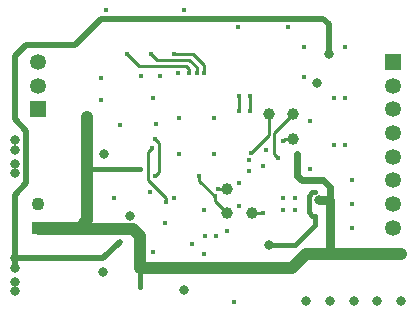
<source format=gbr>
%TF.GenerationSoftware,KiCad,Pcbnew,(6.0.10)*%
%TF.CreationDate,2024-02-10T14:34:54+01:00*%
%TF.ProjectId,TMC6300_HAL,544d4336-3330-4305-9f48-414c2e6b6963,rev?*%
%TF.SameCoordinates,Original*%
%TF.FileFunction,Copper,L4,Bot*%
%TF.FilePolarity,Positive*%
%FSLAX46Y46*%
G04 Gerber Fmt 4.6, Leading zero omitted, Abs format (unit mm)*
G04 Created by KiCad (PCBNEW (6.0.10)) date 2024-02-10 14:34:54*
%MOMM*%
%LPD*%
G01*
G04 APERTURE LIST*
%TA.AperFunction,ComponentPad*%
%ADD10R,1.350000X1.350000*%
%TD*%
%TA.AperFunction,ComponentPad*%
%ADD11C,1.350000*%
%TD*%
%TA.AperFunction,ComponentPad*%
%ADD12R,1.100000X1.100000*%
%TD*%
%TA.AperFunction,ComponentPad*%
%ADD13C,1.100000*%
%TD*%
%TA.AperFunction,SMDPad,CuDef*%
%ADD14C,1.000000*%
%TD*%
%TA.AperFunction,ViaPad*%
%ADD15C,0.450000*%
%TD*%
%TA.AperFunction,ViaPad*%
%ADD16C,0.800000*%
%TD*%
%TA.AperFunction,Conductor*%
%ADD17C,0.250000*%
%TD*%
%TA.AperFunction,Conductor*%
%ADD18C,0.500000*%
%TD*%
%TA.AperFunction,Conductor*%
%ADD19C,0.400000*%
%TD*%
%TA.AperFunction,Conductor*%
%ADD20C,1.000000*%
%TD*%
%TA.AperFunction,Conductor*%
%ADD21C,0.800000*%
%TD*%
%TA.AperFunction,Conductor*%
%ADD22C,0.600000*%
%TD*%
G04 APERTURE END LIST*
D10*
%TO.P,J101,1,1*%
%TO.N,/5V0*%
X240050000Y-62500000D03*
D11*
%TO.P,J101,2,2*%
%TO.N,VSS*%
X240050000Y-64500000D03*
%TO.P,J101,3,3*%
%TO.N,/RAW_HALL_A*%
X240050000Y-66500000D03*
%TO.P,J101,4,4*%
%TO.N,/RAW_HALL_B*%
X240050000Y-68500000D03*
%TO.P,J101,5,5*%
%TO.N,/RAW_HALL_C*%
X240050000Y-70500000D03*
%TO.P,J101,6,6*%
%TO.N,/BLDC_W*%
X240050000Y-72500000D03*
%TO.P,J101,7,7*%
%TO.N,/BLDC_V*%
X240050000Y-74500000D03*
%TO.P,J101,8,8*%
%TO.N,/BLDC_U*%
X240050000Y-76500000D03*
%TD*%
D12*
%TO.P,J103,1,1*%
%TO.N,VS*%
X210000000Y-76500000D03*
D13*
%TO.P,J103,2,2*%
%TO.N,VSS*%
X210000000Y-74500000D03*
%TD*%
D11*
%TO.P,J102,3,3*%
%TO.N,VSS*%
X210000000Y-62500000D03*
%TO.P,J102,2,2*%
%TO.N,/CMD_RX*%
X210000000Y-64500000D03*
D10*
%TO.P,J102,1,1*%
%TO.N,/CMD_TX*%
X210000000Y-66500000D03*
%TD*%
D14*
%TO.P,TP201,1,1*%
%TO.N,/BLDC_WH*%
X229500000Y-66900000D03*
%TD*%
%TO.P,TP202,1,1*%
%TO.N,/BLDC_UL*%
X226000000Y-73200000D03*
%TD*%
%TO.P,TP204,1,1*%
%TO.N,/BLDC_WL*%
X226000000Y-75300000D03*
%TD*%
%TO.P,TP206,1,1*%
%TO.N,/BLDC_VL*%
X228100000Y-75300000D03*
%TD*%
%TO.P,TP203,1,1*%
%TO.N,/BLDC_VH*%
X231600000Y-66900000D03*
%TD*%
%TO.P,TP205,1,1*%
%TO.N,/BLDC_UH*%
X231600000Y-69000000D03*
%TD*%
D15*
%TO.N,VSS*%
X219700000Y-78600000D03*
%TO.N,Net-(IC101-Pad28)*%
X224000000Y-63400000D03*
%TO.N,Net-(IC101-Pad29)*%
X223400000Y-63400000D03*
%TO.N,Net-(IC101-Pad30)*%
X222800000Y-63400000D03*
%TO.N,VSS*%
X222300000Y-58050000D03*
X215750000Y-58050000D03*
%TO.N,Net-(IC101-Pad28)*%
X221510000Y-61790000D03*
%TO.N,Net-(IC101-Pad29)*%
X219510000Y-61790000D03*
%TO.N,Net-(IC101-Pad30)*%
X217510000Y-61790000D03*
%TO.N,VS_ADC*%
X220800000Y-74300000D03*
X219600000Y-69800000D03*
%TO.N,VDDA*%
X219900000Y-69000000D03*
%TO.N,VDD*%
X219500000Y-73500000D03*
%TO.N,GND*%
X221500000Y-74000000D03*
%TO.N,VDDA*%
X219900000Y-72100000D03*
%TO.N,VDD*%
X215300000Y-65700000D03*
X215300000Y-63800000D03*
%TO.N,VSS*%
X220700000Y-76100000D03*
%TO.N,VDD*%
X216400000Y-74000000D03*
D16*
%TO.N,VSS*%
X233600000Y-64300000D03*
%TO.N,/5V0*%
X234600000Y-61800000D03*
D15*
X216900000Y-77700000D03*
D16*
%TO.N,VSS*%
X215550000Y-70300000D03*
D15*
%TO.N,VDD*%
X216900000Y-67800000D03*
D16*
%TO.N,VS*%
X214100000Y-67100000D03*
X214100000Y-68000000D03*
D15*
X218600000Y-71500000D03*
X218600000Y-81500000D03*
D16*
%TO.N,VSS*%
X215500000Y-80300000D03*
X217800000Y-75500000D03*
%TO.N,/5V0*%
X208000000Y-79100000D03*
X208000000Y-79900000D03*
%TO.N,VSS*%
X208000000Y-81900000D03*
X208000000Y-81100000D03*
%TO.N,VDD*%
X208000000Y-69100000D03*
%TO.N,VSS*%
X208000000Y-71100000D03*
X208000000Y-71900000D03*
%TO.N,VDD*%
X208000000Y-69900000D03*
D15*
X218700000Y-63700000D03*
X235000000Y-65500000D03*
X225080000Y-77200000D03*
X235000000Y-69500000D03*
X219950000Y-67750000D03*
X231110000Y-59500000D03*
X227800000Y-70750000D03*
X232500000Y-63770000D03*
D16*
%TO.N,/BLDC_ISENSE*%
X222300000Y-81800000D03*
D15*
%TO.N,/BLDC_WL*%
X224950000Y-73850000D03*
X223650000Y-72150000D03*
%TO.N,/BLDC_VL*%
X229000000Y-75300000D03*
%TO.N,/BLDC_UL*%
X225200000Y-73200000D03*
%TO.N,VSS*%
X236600000Y-76500000D03*
D16*
X236700000Y-82700000D03*
D15*
X233000000Y-71500000D03*
X236000000Y-61200000D03*
X219700000Y-65500000D03*
X236600000Y-74500000D03*
X220300000Y-63700000D03*
X226600000Y-82800000D03*
X229000000Y-71300000D03*
X226910000Y-59500000D03*
X227810000Y-71710000D03*
X221900000Y-67250000D03*
D16*
X234700000Y-82700000D03*
D15*
X233000000Y-67500000D03*
X223000000Y-77900000D03*
X236600000Y-72500000D03*
D16*
X240700000Y-82700000D03*
D15*
X224000000Y-78700000D03*
X232500000Y-61230000D03*
X236000000Y-69500000D03*
X224000000Y-75000000D03*
X231750000Y-75000000D03*
X230750000Y-75000000D03*
X221800000Y-63400000D03*
D16*
X232700000Y-82700000D03*
D15*
X236000000Y-65500000D03*
X224900000Y-67250000D03*
X226000000Y-76800000D03*
X227000000Y-74700000D03*
X221900000Y-70250000D03*
X231750000Y-74000000D03*
D16*
X238700000Y-82700000D03*
D15*
X229300000Y-69900000D03*
X230750000Y-74000000D03*
X224120000Y-77200000D03*
X227000000Y-72700000D03*
X224900000Y-70250000D03*
%TO.N,/BLDC_WH*%
X228000000Y-70150000D03*
%TO.N,/BLDC_VH*%
X230300000Y-70600000D03*
%TO.N,/BLDC_UH*%
X230700000Y-69200000D03*
%TO.N,SYS_SWDIO*%
X227900000Y-66600000D03*
X227900000Y-65400000D03*
%TO.N,SYS_SWCLK*%
X227000000Y-65400000D03*
X227000000Y-66600000D03*
%TO.N,Net-(IC201-Pad16)*%
X233400000Y-75500000D03*
X233400000Y-73500000D03*
D16*
X229500000Y-78000000D03*
%TO.N,VS*%
X232700000Y-78700000D03*
X236700000Y-78700000D03*
X238700000Y-78700000D03*
X240700000Y-78700000D03*
D15*
X231900000Y-70300000D03*
D16*
X233800000Y-74200000D03*
X234700000Y-78700000D03*
%TD*%
D17*
%TO.N,/BLDC_VL*%
X229000000Y-75300000D02*
X228100000Y-75300000D01*
%TO.N,/BLDC_UL*%
X225200000Y-73200000D02*
X226000000Y-73200000D01*
D18*
%TO.N,/5V0*%
X208000000Y-73700000D02*
X208000000Y-79100000D01*
X209000000Y-72700000D02*
X208000000Y-73700000D01*
X209000000Y-68300000D02*
X209000000Y-72700000D01*
X209000000Y-61000000D02*
X208000000Y-62000000D01*
X213100000Y-61000000D02*
X209000000Y-61000000D01*
X215300000Y-58800000D02*
X213100000Y-61000000D01*
X234100000Y-58800000D02*
X215300000Y-58800000D01*
X208000000Y-62000000D02*
X208000000Y-67300000D01*
X208000000Y-67300000D02*
X209000000Y-68300000D01*
X234600000Y-59300000D02*
X234100000Y-58800000D01*
X234600000Y-61800000D02*
X234600000Y-59300000D01*
D19*
%TO.N,VS*%
X214400000Y-71500000D02*
X214100000Y-71200000D01*
X218600000Y-71500000D02*
X214400000Y-71500000D01*
D20*
X214100000Y-71200000D02*
X214100000Y-75900000D01*
X214100000Y-67100000D02*
X214100000Y-71200000D01*
D19*
X218600000Y-77200000D02*
X217900000Y-76500000D01*
D20*
X210100000Y-76600000D02*
X210000000Y-76500000D01*
X218000000Y-76600000D02*
X210100000Y-76600000D01*
X218600000Y-77200000D02*
X218000000Y-76600000D01*
X218600000Y-77200000D02*
X218600000Y-79900000D01*
D19*
X217900000Y-76500000D02*
X213500000Y-76500000D01*
D17*
%TO.N,Net-(IC101-Pad28)*%
X223090000Y-61790000D02*
X224000000Y-62700000D01*
X221510000Y-61790000D02*
X223090000Y-61790000D01*
X224000000Y-62700000D02*
X224000000Y-63400000D01*
%TO.N,Net-(IC101-Pad30)*%
X218520000Y-62800000D02*
X217510000Y-61790000D01*
X222800000Y-63100000D02*
X222500000Y-62800000D01*
X222800000Y-63400000D02*
X222800000Y-63100000D01*
X222500000Y-62800000D02*
X218520000Y-62800000D01*
%TO.N,Net-(IC101-Pad29)*%
X220020000Y-62300000D02*
X219510000Y-61790000D01*
X222800000Y-62300000D02*
X220020000Y-62300000D01*
X223400000Y-62900000D02*
X222800000Y-62300000D01*
X223400000Y-63400000D02*
X223400000Y-62900000D01*
%TO.N,VS_ADC*%
X219300000Y-72500000D02*
X219300000Y-70100000D01*
X220800000Y-74000000D02*
X219300000Y-72500000D01*
X219300000Y-70100000D02*
X219600000Y-69800000D01*
X220800000Y-74300000D02*
X220800000Y-74000000D01*
%TO.N,VDDA*%
X220200000Y-71800000D02*
X219900000Y-72100000D01*
X220200000Y-69300000D02*
X220200000Y-71800000D01*
X219900000Y-69000000D02*
X220200000Y-69300000D01*
D21*
%TO.N,VS*%
X234700000Y-74200000D02*
X233800000Y-74200000D01*
X234700000Y-78700000D02*
X234700000Y-74200000D01*
D22*
X234700000Y-73100000D02*
X234700000Y-78700000D01*
X232300000Y-72500000D02*
X234100000Y-72500000D01*
X231900000Y-72100000D02*
X232300000Y-72500000D01*
X231900000Y-70300000D02*
X231900000Y-72100000D01*
X234100000Y-72500000D02*
X234700000Y-73100000D01*
D19*
%TO.N,Net-(IC201-Pad16)*%
X233200000Y-75500000D02*
X233400000Y-75500000D01*
X233200000Y-73500000D02*
X232900000Y-73800000D01*
X232900000Y-73800000D02*
X232900000Y-75200000D01*
X232900000Y-75200000D02*
X233200000Y-75500000D01*
X233400000Y-73500000D02*
X233200000Y-73500000D01*
D20*
%TO.N,VS*%
X232700000Y-78700000D02*
X240700000Y-78700000D01*
X231500000Y-79900000D02*
X232700000Y-78700000D01*
X218600000Y-79900000D02*
X231500000Y-79900000D01*
D19*
X218600000Y-81500000D02*
X218600000Y-79900000D01*
D18*
%TO.N,/5V0*%
X208000000Y-80000000D02*
X208000000Y-79100000D01*
X215500000Y-79100000D02*
X208000000Y-79100000D01*
X216900000Y-77700000D02*
X215500000Y-79100000D01*
D20*
%TO.N,VS*%
X213500000Y-76500000D02*
X210000000Y-76500000D01*
X214100000Y-75900000D02*
X213500000Y-76500000D01*
D17*
%TO.N,/BLDC_WL*%
X223650000Y-72550000D02*
X223650000Y-72150000D01*
X224950000Y-73850000D02*
X223650000Y-72550000D01*
X224950000Y-73850000D02*
X224950000Y-74250000D01*
X224950000Y-74250000D02*
X226000000Y-75300000D01*
%TO.N,/BLDC_WH*%
X228000000Y-70150000D02*
X229500000Y-68650000D01*
X229500000Y-68650000D02*
X229500000Y-66900000D01*
%TO.N,/BLDC_VH*%
X230000000Y-68500000D02*
X231600000Y-66900000D01*
X230300000Y-70600000D02*
X230000000Y-70300000D01*
X230000000Y-70300000D02*
X230000000Y-68500000D01*
%TO.N,/BLDC_UH*%
X231600000Y-69000000D02*
X230900000Y-69000000D01*
X230900000Y-69000000D02*
X230700000Y-69200000D01*
%TO.N,SYS_SWDIO*%
X227900000Y-66600000D02*
X227900000Y-65400000D01*
%TO.N,SYS_SWCLK*%
X227000000Y-66600000D02*
X227000000Y-65400000D01*
D19*
%TO.N,Net-(IC201-Pad16)*%
X231700000Y-78000000D02*
X233400000Y-76300000D01*
X229500000Y-78000000D02*
X231700000Y-78000000D01*
X233400000Y-76300000D02*
X233400000Y-75500000D01*
%TD*%
M02*

</source>
